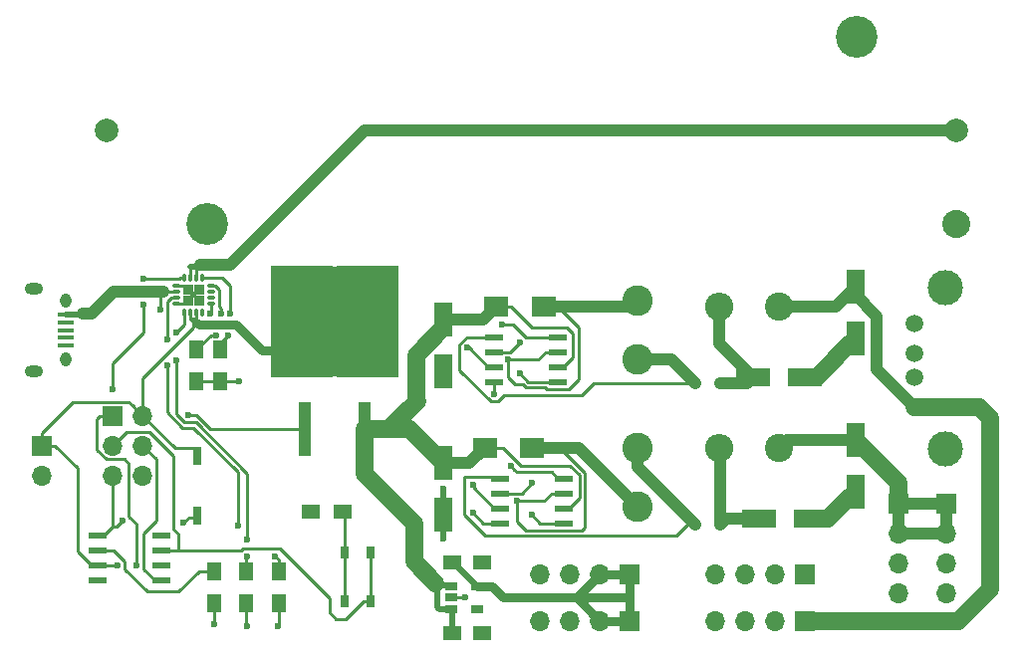
<source format=gbr>
G04 #@! TF.FileFunction,Copper,L1,Top,Signal*
%FSLAX46Y46*%
G04 Gerber Fmt 4.6, Leading zero omitted, Abs format (unit mm)*
G04 Created by KiCad (PCBNEW 4.0.7) date 11/27/17 19:20:33*
%MOMM*%
%LPD*%
G01*
G04 APERTURE LIST*
%ADD10C,0.100000*%
%ADD11R,1.550000X0.600000*%
%ADD12R,1.600000X3.000000*%
%ADD13R,3.000000X1.600000*%
%ADD14R,1.500000X1.250000*%
%ADD15R,0.800000X0.900000*%
%ADD16R,1.300000X1.500000*%
%ADD17R,1.700000X1.700000*%
%ADD18O,1.700000X1.700000*%
%ADD19R,1.350000X0.400000*%
%ADD20O,0.950000X1.250000*%
%ADD21O,1.550000X1.000000*%
%ADD22C,1.500000*%
%ADD23C,3.000000*%
%ADD24C,2.600000*%
%ADD25C,2.400000*%
%ADD26O,2.400000X2.400000*%
%ADD27R,1.100000X4.600000*%
%ADD28R,10.800000X9.400000*%
%ADD29R,5.250000X4.550000*%
%ADD30R,2.000000X1.700000*%
%ADD31C,2.000000*%
%ADD32C,3.550000*%
%ADD33C,2.390000*%
%ADD34O,0.300000X0.750000*%
%ADD35O,0.750000X0.300000*%
%ADD36R,0.900000X0.900000*%
%ADD37C,0.600000*%
%ADD38R,1.060000X0.650000*%
%ADD39R,1.500000X1.300000*%
%ADD40R,0.650000X1.050000*%
%ADD41R,0.760000X1.600000*%
%ADD42C,1.500000*%
%ADD43C,0.500000*%
%ADD44C,0.250000*%
%ADD45C,1.000000*%
%ADD46C,0.750000*%
G04 APERTURE END LIST*
D10*
D11*
X128300000Y-83595000D03*
X128300000Y-84865000D03*
X128300000Y-86135000D03*
X128300000Y-87405000D03*
X133700000Y-87405000D03*
X133700000Y-86135000D03*
X133700000Y-84865000D03*
X133700000Y-83595000D03*
D12*
X123500000Y-70100000D03*
X123500000Y-74500000D03*
D13*
X149800000Y-75000000D03*
X154200000Y-75000000D03*
D12*
X123500000Y-82300000D03*
X123500000Y-86700000D03*
D13*
X150300000Y-87000000D03*
X154700000Y-87000000D03*
D14*
X124250000Y-96750000D03*
X126750000Y-96750000D03*
X124250000Y-90750000D03*
X126750000Y-90750000D03*
D12*
X158500000Y-67300000D03*
X158500000Y-71700000D03*
X158500000Y-80300000D03*
X158500000Y-84700000D03*
D15*
X147000000Y-75500000D03*
X144900000Y-75500000D03*
X147000000Y-87500000D03*
X144900000Y-87500000D03*
D16*
X104000000Y-94200000D03*
X104000000Y-91500000D03*
X109500000Y-94200000D03*
X109500000Y-91500000D03*
X106750000Y-94200000D03*
X106750000Y-91500000D03*
D17*
X154250000Y-95750000D03*
D18*
X151710000Y-95750000D03*
X149170000Y-95750000D03*
X146630000Y-95750000D03*
D17*
X89400000Y-80800000D03*
D18*
X89400000Y-83340000D03*
D19*
X91350000Y-69700000D03*
X91350000Y-70350000D03*
X91350000Y-71000000D03*
X91350000Y-71650000D03*
X91350000Y-72300000D03*
D20*
X91350000Y-68500000D03*
X91350000Y-73500000D03*
D21*
X88650000Y-67500000D03*
X88650000Y-74500000D03*
D22*
X163500000Y-70430000D03*
X163500000Y-72970000D03*
X163500000Y-75000000D03*
X163500000Y-77540000D03*
D23*
X166170000Y-67380000D03*
X166170000Y-81100000D03*
D24*
X140000000Y-73500000D03*
X140000000Y-68500000D03*
X140000000Y-81000000D03*
X140000000Y-86000000D03*
D25*
X152000000Y-69000000D03*
D26*
X146920000Y-69000000D03*
D25*
X152000000Y-81000000D03*
D26*
X146920000Y-81000000D03*
D27*
X111710000Y-79400000D03*
X116790000Y-79400000D03*
D28*
X114250000Y-70250000D03*
D29*
X117025000Y-67825000D03*
X111475000Y-72675000D03*
X111475000Y-67825000D03*
X117025000Y-72675000D03*
D30*
X132000000Y-69000000D03*
X128000000Y-69000000D03*
X131000000Y-81000000D03*
X127000000Y-81000000D03*
D16*
X104500000Y-72650000D03*
X104500000Y-75350000D03*
X102500000Y-72650000D03*
X102500000Y-75350000D03*
D11*
X127800000Y-71595000D03*
X127800000Y-72865000D03*
X127800000Y-74135000D03*
X127800000Y-75405000D03*
X133200000Y-75405000D03*
X133200000Y-74135000D03*
X133200000Y-72865000D03*
X133200000Y-71595000D03*
D31*
X167110000Y-54000000D03*
X94890000Y-54000000D03*
D32*
X158600000Y-46000000D03*
X103400000Y-62000000D03*
D33*
X167110000Y-62000000D03*
D34*
X103000000Y-66525000D03*
X102500000Y-66525000D03*
X102000000Y-66525000D03*
X101500000Y-66525000D03*
D35*
X100775000Y-67250000D03*
X100775000Y-67750000D03*
X100775000Y-68250000D03*
X100775000Y-68750000D03*
D34*
X101500000Y-69475000D03*
X102000000Y-69475000D03*
X102500000Y-69475000D03*
X103000000Y-69475000D03*
D35*
X103725000Y-68750000D03*
X103725000Y-68250000D03*
X103725000Y-67750000D03*
X103725000Y-67250000D03*
D36*
X101800000Y-68450000D03*
X102700000Y-68450000D03*
X101800000Y-67550000D03*
X102700000Y-67550000D03*
D37*
X102250000Y-68000000D03*
X102750000Y-67500000D03*
X102750000Y-68500000D03*
X101750000Y-68500000D03*
X101750000Y-67500000D03*
D38*
X124150000Y-92800000D03*
X124150000Y-93750000D03*
X124150000Y-94700000D03*
X126350000Y-94700000D03*
X126350000Y-92800000D03*
D11*
X94100000Y-88495000D03*
X94100000Y-89765000D03*
X94100000Y-91035000D03*
X94100000Y-92305000D03*
X99500000Y-92305000D03*
X99500000Y-91035000D03*
X99500000Y-89765000D03*
X99500000Y-88495000D03*
D17*
X154250000Y-91750000D03*
D18*
X151710000Y-91750000D03*
X149170000Y-91750000D03*
X146630000Y-91750000D03*
D17*
X166200000Y-85720000D03*
D18*
X166200000Y-88260000D03*
X166200000Y-90800000D03*
X166200000Y-93340000D03*
D17*
X162200000Y-85720000D03*
D18*
X162200000Y-88260000D03*
X162200000Y-90800000D03*
X162200000Y-93340000D03*
D17*
X139330000Y-95750000D03*
D18*
X136790000Y-95750000D03*
X134250000Y-95750000D03*
X131710000Y-95750000D03*
D17*
X139330000Y-91750000D03*
D18*
X136790000Y-91750000D03*
X134250000Y-91750000D03*
X131710000Y-91750000D03*
D17*
X95400000Y-78260000D03*
D18*
X97940000Y-78260000D03*
X95400000Y-80800000D03*
X97940000Y-80800000D03*
X95400000Y-83340000D03*
X97940000Y-83340000D03*
D39*
X114950000Y-86400000D03*
X112250000Y-86400000D03*
D40*
X115125000Y-94075000D03*
X115125000Y-89925000D03*
X117275000Y-94075000D03*
X117275000Y-89925000D03*
D41*
X102600000Y-81660000D03*
X102600000Y-86740000D03*
D37*
X131000000Y-84000000D03*
X126000000Y-86500000D03*
X123500000Y-84500000D03*
X123500000Y-88750000D03*
X123500000Y-86700000D03*
X157200000Y-86000000D03*
X156200000Y-87000000D03*
X154700000Y-87000000D03*
X158500000Y-84700000D03*
X157200000Y-73000000D03*
X155700000Y-74500000D03*
X156500000Y-73700000D03*
X158500000Y-71700000D03*
X154200000Y-75000000D03*
X126750000Y-96750000D03*
X126750000Y-90750000D03*
X125300000Y-93750000D03*
X124150000Y-93750000D03*
X112250000Y-86400000D03*
X94100000Y-92305000D03*
X106150000Y-75350000D03*
X130000000Y-72000000D03*
X127800000Y-76400000D03*
X123500000Y-74500000D03*
X125500000Y-72500000D03*
X126032950Y-84125010D03*
X104000000Y-96000000D03*
X101800000Y-78200000D03*
X109400000Y-96150000D03*
X106800000Y-96150000D03*
X95400000Y-76000000D03*
X98000000Y-68800000D03*
X98000000Y-66600000D03*
X99500000Y-91035000D03*
X97400000Y-91000000D03*
X99500000Y-88495000D03*
X95800000Y-91000000D03*
X96200000Y-87200000D03*
X101400000Y-87400000D03*
X99400000Y-69200000D03*
X103650000Y-69600000D03*
X129000000Y-73500000D03*
X129750000Y-85500000D03*
X130000000Y-74700000D03*
X128500000Y-70500000D03*
X129215550Y-82534450D03*
X131000000Y-86700000D03*
X105400000Y-69600000D03*
X105200000Y-71400000D03*
X104600000Y-69600000D03*
X104200000Y-71400000D03*
X106000000Y-87599988D03*
X100000000Y-74000000D03*
X100000000Y-71800000D03*
X109200000Y-90200000D03*
X100800000Y-73600000D03*
X100800000Y-71200000D03*
X106800000Y-88800000D03*
X106800000Y-90200000D03*
D42*
X121250000Y-76990000D02*
X121200000Y-76940000D01*
X123500000Y-70800000D02*
X123500000Y-70100000D01*
X121200000Y-76940000D02*
X121200000Y-73100000D01*
X121200000Y-73100000D02*
X123500000Y-70800000D01*
X116790000Y-79400000D02*
X118840000Y-79400000D01*
X118840000Y-79400000D02*
X121250000Y-76990000D01*
D43*
X123120000Y-92800000D02*
X122827499Y-92507499D01*
X122827499Y-92507499D02*
X124150000Y-92800000D01*
D42*
X121000000Y-87410000D02*
X121000000Y-90680000D01*
X121000000Y-90680000D02*
X122827499Y-92507499D01*
X116790000Y-79400000D02*
X116790000Y-83200000D01*
X116790000Y-83200000D02*
X121000000Y-87410000D01*
X116790000Y-79400000D02*
X120600000Y-79400000D01*
X120600000Y-79400000D02*
X123500000Y-82300000D01*
D43*
X123000000Y-94580000D02*
X123000000Y-92920000D01*
X123000000Y-92920000D02*
X123120000Y-92800000D01*
X124150000Y-94700000D02*
X123120000Y-94700000D01*
X123120000Y-94700000D02*
X123000000Y-94580000D01*
X124250000Y-96750000D02*
X124250000Y-94800000D01*
X124250000Y-94800000D02*
X124150000Y-94700000D01*
D44*
X134500000Y-71234998D02*
X134500000Y-73310000D01*
X134500000Y-73310000D02*
X133675000Y-74135000D01*
X133675000Y-74135000D02*
X133200000Y-74135000D01*
X131000000Y-70750000D02*
X134015002Y-70750000D01*
X134015002Y-70750000D02*
X134500000Y-71234998D01*
X128000000Y-69000000D02*
X129250000Y-69000000D01*
X129250000Y-69000000D02*
X131000000Y-70750000D01*
X135049989Y-83284987D02*
X135049989Y-85260011D01*
X130064998Y-82500000D02*
X134265002Y-82500000D01*
X135049989Y-85260011D02*
X134175000Y-86135000D01*
X134265002Y-82500000D02*
X135049989Y-83284987D01*
X128564998Y-81000000D02*
X130064998Y-82500000D01*
X127000000Y-81000000D02*
X128564998Y-81000000D01*
X134175000Y-86135000D02*
X133700000Y-86135000D01*
D45*
X123500000Y-70100000D02*
X126900000Y-70100000D01*
X126900000Y-70100000D02*
X128000000Y-69000000D01*
X123500000Y-82300000D02*
X125700000Y-82300000D01*
X125700000Y-82300000D02*
X127000000Y-81000000D01*
D44*
X128300000Y-84865000D02*
X130135000Y-84865000D01*
X130135000Y-84865000D02*
X131000000Y-84000000D01*
X128300000Y-87405000D02*
X126905000Y-87405000D01*
X126905000Y-87405000D02*
X126000000Y-86500000D01*
D43*
X123500000Y-86700000D02*
X123500000Y-84500000D01*
X123500000Y-86700000D02*
X123500000Y-88750000D01*
D42*
X157200000Y-86000000D02*
X158500000Y-84700000D01*
X156200000Y-87000000D02*
X157200000Y-86000000D01*
X154700000Y-87000000D02*
X156200000Y-87000000D01*
X157200000Y-73000000D02*
X158500000Y-71700000D01*
X156500000Y-73700000D02*
X157200000Y-73000000D01*
X155700000Y-74500000D02*
X156500000Y-73700000D01*
X154200000Y-75000000D02*
X155200000Y-75000000D01*
X155200000Y-75000000D02*
X155700000Y-74500000D01*
D44*
X124150000Y-93750000D02*
X125300000Y-93750000D01*
X104500000Y-75350000D02*
X106150000Y-75350000D01*
X102500000Y-75350000D02*
X104500000Y-75350000D01*
X129135000Y-72865000D02*
X130000000Y-72000000D01*
X127800000Y-72865000D02*
X129135000Y-72865000D01*
X127800000Y-75405000D02*
X127800000Y-76400000D01*
X100775000Y-68750000D02*
X101500000Y-68750000D01*
X101500000Y-68750000D02*
X101750000Y-68500000D01*
X100775000Y-67250000D02*
X101500000Y-67250000D01*
X101500000Y-67250000D02*
X101750000Y-67500000D01*
X127800000Y-74135000D02*
X127325000Y-74135000D01*
X127325000Y-74135000D02*
X125690000Y-72500000D01*
X125690000Y-72500000D02*
X125500000Y-72500000D01*
D42*
X170000000Y-93000000D02*
X167250000Y-95750000D01*
X167250000Y-95750000D02*
X154250000Y-95750000D01*
X170000000Y-78500000D02*
X170000000Y-93000000D01*
X169040000Y-77540000D02*
X170000000Y-78500000D01*
X163500000Y-77540000D02*
X169040000Y-77540000D01*
D45*
X158500000Y-67300000D02*
X158500000Y-68000000D01*
X158500000Y-68000000D02*
X160300000Y-69800000D01*
X160300000Y-69800000D02*
X160300000Y-74340000D01*
X160300000Y-74340000D02*
X162750001Y-76790001D01*
X162750001Y-76790001D02*
X163500000Y-77540000D01*
X152000000Y-69000000D02*
X156800000Y-69000000D01*
X156800000Y-69000000D02*
X158500000Y-67300000D01*
D44*
X127825000Y-86135000D02*
X126032950Y-84342950D01*
X128300000Y-86135000D02*
X127825000Y-86135000D01*
X126032950Y-84342950D02*
X126032950Y-84125010D01*
D42*
X158500000Y-80300000D02*
X162200000Y-84000000D01*
X162200000Y-84000000D02*
X162200000Y-85720000D01*
D45*
X166200000Y-88260000D02*
X166200000Y-85720000D01*
X162200000Y-88260000D02*
X162200000Y-85720000D01*
X166200000Y-88260000D02*
X162200000Y-88260000D01*
X162200000Y-85720000D02*
X166200000Y-85720000D01*
X158500000Y-80300000D02*
X158880000Y-80300000D01*
X158500000Y-80300000D02*
X152700000Y-80300000D01*
X152700000Y-80300000D02*
X152000000Y-81000000D01*
D46*
X139330000Y-91750000D02*
X139330000Y-93750000D01*
X139330000Y-93750000D02*
X139330000Y-95750000D01*
X134790000Y-93750000D02*
X139330000Y-93750000D01*
X136790000Y-91750000D02*
X139330000Y-91750000D01*
X136790000Y-95750000D02*
X139330000Y-95750000D01*
X134790000Y-93750000D02*
X136790000Y-91750000D01*
X128580000Y-93750000D02*
X134790000Y-93750000D01*
X134790000Y-93750000D02*
X136790000Y-95750000D01*
X126350000Y-92800000D02*
X127630000Y-92800000D01*
X127630000Y-92800000D02*
X128580000Y-93750000D01*
D43*
X124250000Y-90750000D02*
X124300000Y-90750000D01*
X124300000Y-90750000D02*
X126350000Y-92800000D01*
D44*
X128100002Y-77025002D02*
X127525002Y-77025002D01*
X128644992Y-76480012D02*
X128100002Y-77025002D01*
X126775000Y-71595000D02*
X127800000Y-71595000D01*
X124874998Y-72199998D02*
X125479996Y-71595000D01*
X135269988Y-76480012D02*
X128644992Y-76480012D01*
X124874998Y-74374998D02*
X124874998Y-72199998D01*
X136250000Y-75500000D02*
X135269988Y-76480012D01*
X125479996Y-71595000D02*
X126775000Y-71595000D01*
X144900000Y-75500000D02*
X136250000Y-75500000D01*
X127525002Y-77025002D02*
X124874998Y-74374998D01*
D45*
X140000000Y-73500000D02*
X142900000Y-73500000D01*
X142900000Y-73500000D02*
X144900000Y-75500000D01*
D44*
X125250000Y-83500000D02*
X128205000Y-83500000D01*
X125250000Y-86675004D02*
X125250000Y-83500000D01*
X128205000Y-83500000D02*
X128300000Y-83595000D01*
X127074996Y-88500000D02*
X125250000Y-86675004D01*
X143250000Y-88500000D02*
X127074996Y-88500000D01*
X144250000Y-87500000D02*
X143250000Y-88500000D01*
X144900000Y-87500000D02*
X144250000Y-87500000D01*
D45*
X140000000Y-81000000D02*
X140000000Y-82600000D01*
X140000000Y-82600000D02*
X144900000Y-87500000D01*
D44*
X104000000Y-94200000D02*
X104000000Y-96000000D01*
X102457824Y-78200000D02*
X101800000Y-78200000D01*
X103657824Y-79400000D02*
X102457824Y-78200000D01*
X111710000Y-79400000D02*
X103657824Y-79400000D01*
X99025000Y-92305000D02*
X99500000Y-92305000D01*
X98025002Y-88309996D02*
X98025002Y-91305002D01*
X99115001Y-87219997D02*
X98025002Y-88309996D01*
X99115001Y-81975001D02*
X99115001Y-87219997D01*
X97940000Y-80800000D02*
X99115001Y-81975001D01*
X98025002Y-91305002D02*
X99025000Y-92305000D01*
X109500000Y-94200000D02*
X109500000Y-96050000D01*
X109500000Y-96050000D02*
X109400000Y-96150000D01*
X106750000Y-94200000D02*
X106750000Y-96100000D01*
X106750000Y-96100000D02*
X106800000Y-96150000D01*
X98000000Y-71200000D02*
X95400000Y-73800000D01*
X95400000Y-73800000D02*
X95400000Y-76000000D01*
X98000000Y-68800000D02*
X98000000Y-71200000D01*
X101025000Y-66600000D02*
X98000000Y-66600000D01*
X101500000Y-66525000D02*
X101100000Y-66525000D01*
X101100000Y-66525000D02*
X101025000Y-66600000D01*
X97400000Y-90575736D02*
X97400000Y-91000000D01*
X96764999Y-86839997D02*
X97400000Y-87474998D01*
X96764999Y-82364999D02*
X96764999Y-86839997D01*
X94835999Y-81975001D02*
X96375001Y-81975001D01*
X97400000Y-87474998D02*
X97400000Y-90575736D01*
X94000000Y-81139002D02*
X94835999Y-81975001D01*
X94000000Y-78560000D02*
X94000000Y-81139002D01*
X94300000Y-78260000D02*
X94000000Y-78560000D01*
X95400000Y-78260000D02*
X94300000Y-78260000D01*
X96375001Y-81975001D02*
X96764999Y-82364999D01*
X92400000Y-82700000D02*
X92400000Y-89810000D01*
X92400000Y-89810000D02*
X93625000Y-91035000D01*
X93625000Y-91035000D02*
X94100000Y-91035000D01*
X89400000Y-80800000D02*
X90500000Y-80800000D01*
X90500000Y-80800000D02*
X92400000Y-82700000D01*
X95765000Y-91035000D02*
X95800000Y-91000000D01*
X94100000Y-91035000D02*
X95765000Y-91035000D01*
X102600000Y-81050000D02*
X100730000Y-81050000D01*
X100730000Y-81050000D02*
X97940000Y-78260000D01*
X89400000Y-80800000D02*
X89400000Y-79700000D01*
X89400000Y-79700000D02*
X92015001Y-77084999D01*
X92015001Y-77084999D02*
X96764999Y-77084999D01*
X96764999Y-77084999D02*
X97090001Y-77410001D01*
X97090001Y-77410001D02*
X97940000Y-78260000D01*
D46*
X108100000Y-72675000D02*
X111475000Y-72675000D01*
X105900001Y-70475001D02*
X108100000Y-72675000D01*
X102749683Y-70475001D02*
X105900001Y-70475001D01*
X102674682Y-70400000D02*
X102749683Y-70475001D01*
D44*
X102200000Y-70800000D02*
X97940000Y-75060000D01*
X97940000Y-75060000D02*
X97940000Y-78260000D01*
X102200000Y-70200000D02*
X102200000Y-70800000D01*
X102500000Y-69475000D02*
X102500000Y-70225318D01*
X102500000Y-70225318D02*
X102674682Y-70400000D01*
D46*
X102674682Y-70400000D02*
X102600000Y-70400000D01*
D43*
X102400000Y-70200000D02*
X102600000Y-70400000D01*
X102200000Y-70200000D02*
X102400000Y-70200000D01*
D44*
X102000000Y-70100000D02*
X102200000Y-70200000D01*
X102100000Y-70200000D02*
X102200000Y-70200000D01*
X102000000Y-69475000D02*
X102000000Y-70100000D01*
X106309996Y-89765000D02*
X101000000Y-89765000D01*
X101000000Y-89765000D02*
X100525000Y-89765000D01*
X95400000Y-80800000D02*
X96575001Y-79624999D01*
X98504001Y-79624999D02*
X100524999Y-81645997D01*
X96575001Y-79624999D02*
X98504001Y-79624999D01*
X100524999Y-81645997D02*
X100524999Y-87859997D01*
X100524999Y-87859997D02*
X101000000Y-88334998D01*
X101000000Y-88334998D02*
X101000000Y-89765000D01*
X106499998Y-89574998D02*
X106309996Y-89765000D01*
X100525000Y-89765000D02*
X99500000Y-89765000D01*
X113800000Y-95000000D02*
X113800000Y-93814998D01*
X115200000Y-95575000D02*
X114375000Y-95575000D01*
X116700000Y-94075000D02*
X115200000Y-95575000D01*
X109560000Y-89574998D02*
X106499998Y-89574998D01*
X114375000Y-95575000D02*
X113800000Y-95000000D01*
X117275000Y-94075000D02*
X116700000Y-94075000D01*
X113800000Y-93814998D02*
X109560000Y-89574998D01*
X117275000Y-89925000D02*
X117275000Y-90700000D01*
X117275000Y-90700000D02*
X117275000Y-94075000D01*
X96200000Y-87200000D02*
X95730000Y-87670000D01*
X95730000Y-87670000D02*
X95400000Y-87670000D01*
X102600000Y-86950000D02*
X101850000Y-86950000D01*
X101850000Y-86950000D02*
X101400000Y-87400000D01*
X95400000Y-83340000D02*
X95400000Y-87670000D01*
X95400000Y-87670000D02*
X94575000Y-88495000D01*
X94575000Y-88495000D02*
X94100000Y-88495000D01*
X99400000Y-69200000D02*
X99400000Y-68000000D01*
X99400000Y-68000000D02*
X99650000Y-67750000D01*
X103725000Y-68750000D02*
X103725000Y-69525000D01*
X103725000Y-69525000D02*
X103650000Y-69600000D01*
D43*
X92800000Y-69600000D02*
X92700000Y-69700000D01*
X92700000Y-69700000D02*
X91350000Y-69700000D01*
D45*
X93600000Y-69600000D02*
X92800000Y-69600000D01*
X95450000Y-67750000D02*
X93600000Y-69600000D01*
X99650000Y-67750000D02*
X95450000Y-67750000D01*
D44*
X100775000Y-67750000D02*
X99650000Y-67750000D01*
X129424264Y-73500000D02*
X129000000Y-73500000D01*
X131540000Y-73500000D02*
X129424264Y-73500000D01*
X132175000Y-72865000D02*
X131540000Y-73500000D01*
X133200000Y-72865000D02*
X132175000Y-72865000D01*
X129000000Y-73924264D02*
X129000000Y-73500000D01*
X129000000Y-75000000D02*
X129000000Y-73924264D01*
X135000000Y-70750000D02*
X135000000Y-75143599D01*
X129579990Y-75579990D02*
X129000000Y-75000000D01*
X132274990Y-76030001D02*
X132099999Y-75855010D01*
X135000000Y-75143599D02*
X134113598Y-76030001D01*
X134113598Y-76030001D02*
X132274990Y-76030001D01*
X133250000Y-69000000D02*
X135000000Y-70750000D01*
X132000000Y-69000000D02*
X133250000Y-69000000D01*
X132099999Y-75855010D02*
X130518599Y-75855009D01*
X130518599Y-75855009D02*
X130243580Y-75579990D01*
X130243580Y-75579990D02*
X129579990Y-75579990D01*
D45*
X132000000Y-69000000D02*
X139500000Y-69000000D01*
X139500000Y-69000000D02*
X140000000Y-68500000D01*
D44*
X130174264Y-85500000D02*
X129750000Y-85500000D01*
X132040000Y-85500000D02*
X130174264Y-85500000D01*
X132675000Y-84865000D02*
X132040000Y-85500000D01*
X133700000Y-84865000D02*
X132675000Y-84865000D01*
X131000000Y-81000000D02*
X133401413Y-81000000D01*
X133401413Y-81000000D02*
X135500000Y-83098587D01*
X135500000Y-83098587D02*
X135500000Y-87750000D01*
X135500000Y-87750000D02*
X135219999Y-88030001D01*
X135219999Y-88030001D02*
X130530001Y-88030001D01*
X130530001Y-88030001D02*
X129750000Y-87250000D01*
X129750000Y-87250000D02*
X129750000Y-85500000D01*
D45*
X131000000Y-81000000D02*
X135000000Y-81000000D01*
X135000000Y-81000000D02*
X140000000Y-86000000D01*
D44*
X133200000Y-75405000D02*
X130705000Y-75405000D01*
X130705000Y-75405000D02*
X130000000Y-74700000D01*
X128924264Y-70500000D02*
X128500000Y-70500000D01*
X130520004Y-71595000D02*
X129425004Y-70500000D01*
X133200000Y-71595000D02*
X130520004Y-71595000D01*
X129425004Y-70500000D02*
X128924264Y-70500000D01*
X129726100Y-83045000D02*
X129515549Y-82834449D01*
X133225000Y-83595000D02*
X132675000Y-83045000D01*
X129515549Y-82834449D02*
X129215550Y-82534450D01*
X133700000Y-83595000D02*
X133225000Y-83595000D01*
X132675000Y-83045000D02*
X129726100Y-83045000D01*
X133700000Y-87405000D02*
X131705000Y-87405000D01*
X131705000Y-87405000D02*
X131000000Y-86700000D01*
X105400000Y-67200000D02*
X104725000Y-66525000D01*
X104725000Y-66525000D02*
X103000000Y-66525000D01*
X105400000Y-69600000D02*
X105400000Y-67200000D01*
X104500000Y-72650000D02*
X104500000Y-72100000D01*
X104500000Y-72100000D02*
X105200000Y-71400000D01*
X104425010Y-67553245D02*
X104121765Y-67250000D01*
X104425010Y-69000746D02*
X104425010Y-67553245D01*
X104600000Y-69175736D02*
X104425010Y-69000746D01*
X104600000Y-69600000D02*
X104600000Y-69175736D01*
X104121765Y-67250000D02*
X103725000Y-67250000D01*
X102500000Y-72650000D02*
X103750000Y-71400000D01*
X103750000Y-71400000D02*
X104200000Y-71400000D01*
D43*
X102000000Y-65600000D02*
X102600000Y-65600000D01*
D44*
X102000000Y-65900000D02*
X102000000Y-65600000D01*
X102000000Y-66525000D02*
X102000000Y-65900000D01*
X102500000Y-65700000D02*
X102600000Y-65666666D01*
X102600000Y-65666666D02*
X102800000Y-65600000D01*
X102000000Y-66525000D02*
X102000000Y-66300000D01*
D45*
X105400000Y-65400000D02*
X116800000Y-54000000D01*
X116800000Y-54000000D02*
X167110000Y-54000000D01*
X102800000Y-65400000D02*
X105400000Y-65400000D01*
D43*
X102500000Y-65700000D02*
X102800000Y-65400000D01*
D44*
X102600000Y-65600000D02*
X102800000Y-65600000D01*
X102500000Y-66525000D02*
X102500000Y-65700000D01*
D45*
X147000000Y-75500000D02*
X149300000Y-75500000D01*
X149300000Y-75500000D02*
X149800000Y-75000000D01*
X146920000Y-69000000D02*
X146920000Y-72120000D01*
X146920000Y-72120000D02*
X149800000Y-75000000D01*
X150300000Y-87000000D02*
X147500000Y-87000000D01*
X147500000Y-87000000D02*
X147000000Y-87500000D01*
X147000000Y-87500000D02*
X147000000Y-81080000D01*
X147000000Y-81080000D02*
X146920000Y-81000000D01*
D44*
X100000000Y-71375736D02*
X100000000Y-71800000D01*
X100025001Y-68603234D02*
X100025001Y-71350735D01*
X100378235Y-68250000D02*
X100025001Y-68603234D01*
X100775000Y-68250000D02*
X100378235Y-68250000D01*
X100025001Y-71350735D02*
X100000000Y-71375736D01*
X100000000Y-74424264D02*
X100000000Y-74000000D01*
X100000000Y-77961415D02*
X100000000Y-74424264D01*
X101313598Y-79275013D02*
X100000000Y-77961415D01*
X102260015Y-79275013D02*
X101313598Y-79275013D01*
X106000000Y-83014998D02*
X102260015Y-79275013D01*
X106000000Y-87599988D02*
X106000000Y-83014998D01*
X109500000Y-91500000D02*
X109500000Y-90500000D01*
X109500000Y-90500000D02*
X109200000Y-90200000D01*
X106800000Y-88375736D02*
X106800000Y-88800000D01*
X106800000Y-83178587D02*
X106800000Y-88375736D01*
X101499998Y-78825002D02*
X102446415Y-78825002D01*
X102446415Y-78825002D02*
X106800000Y-83178587D01*
X100800000Y-78125004D02*
X101499998Y-78825002D01*
X100800000Y-73600000D02*
X100800000Y-78125004D01*
X101500000Y-69475000D02*
X101500000Y-70500000D01*
X101500000Y-70500000D02*
X100800000Y-71200000D01*
X106750000Y-91500000D02*
X106750000Y-90250000D01*
X106750000Y-90250000D02*
X106800000Y-90200000D01*
X96425002Y-90699998D02*
X95490004Y-89765000D01*
X98325000Y-93200000D02*
X96425002Y-91300002D01*
X101000000Y-93200000D02*
X98325000Y-93200000D01*
X95125000Y-89765000D02*
X94100000Y-89765000D01*
X95490004Y-89765000D02*
X95125000Y-89765000D01*
X102700000Y-91500000D02*
X101000000Y-93200000D01*
X104000000Y-91500000D02*
X102700000Y-91500000D01*
X96425002Y-91300002D02*
X96425002Y-90699998D01*
X115125000Y-89925000D02*
X115125000Y-86575000D01*
X115125000Y-86575000D02*
X114950000Y-86400000D01*
X115125000Y-94075000D02*
X115125000Y-89925000D01*
M02*

</source>
